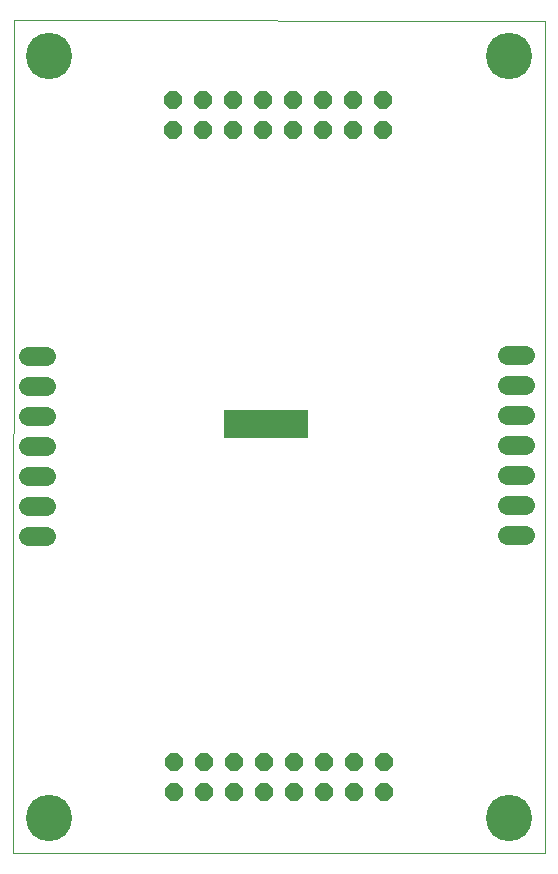
<source format=gbs>
G75*
G70*
%OFA0B0*%
%FSLAX24Y24*%
%IPPOS*%
%LPD*%
%AMOC8*
5,1,8,0,0,1.08239X$1,22.5*
%
%ADD10C,0.0000*%
%ADD11OC8,0.0600*%
%ADD12C,0.0640*%
%ADD13C,0.0476*%
%ADD14R,0.2796X0.0965*%
%ADD15C,0.1542*%
D10*
X001415Y000100D02*
X001454Y027856D01*
X019132Y027844D01*
X019132Y000100D01*
X001415Y000100D01*
D11*
X006769Y002155D03*
X006769Y003155D03*
X007769Y003155D03*
X007769Y002155D03*
X008769Y002155D03*
X008769Y003155D03*
X009769Y003155D03*
X009769Y002155D03*
X010769Y002155D03*
X010769Y003155D03*
X011769Y003155D03*
X011769Y002155D03*
X012769Y002155D03*
X012769Y003155D03*
X013769Y003155D03*
X013769Y002155D03*
X013754Y024198D03*
X013754Y025198D03*
X012754Y025198D03*
X012754Y024198D03*
X011754Y024198D03*
X011754Y025198D03*
X010754Y025198D03*
X010754Y024198D03*
X009754Y024198D03*
X009754Y025198D03*
X008754Y025198D03*
X008754Y024198D03*
X007754Y024198D03*
X007754Y025198D03*
X006754Y025198D03*
X006754Y024198D03*
D12*
X002502Y016683D02*
X001902Y016683D01*
X001902Y015683D02*
X002502Y015683D01*
X002502Y014683D02*
X001902Y014683D01*
X001902Y013683D02*
X002502Y013683D01*
X002502Y012683D02*
X001902Y012683D01*
X001902Y011683D02*
X002502Y011683D01*
X002502Y010683D02*
X001902Y010683D01*
X017887Y010722D02*
X018487Y010722D01*
X018487Y011722D02*
X017887Y011722D01*
X017887Y012722D02*
X018487Y012722D01*
X018487Y013722D02*
X017887Y013722D01*
X017887Y014722D02*
X018487Y014722D01*
X018487Y015722D02*
X017887Y015722D01*
X017887Y016722D02*
X018487Y016722D01*
D13*
X010628Y014588D03*
X010628Y014194D03*
X010037Y014194D03*
X010037Y014588D03*
X009446Y014588D03*
X009446Y014194D03*
X008856Y014194D03*
X008856Y014588D03*
D14*
X009840Y014391D03*
D15*
X002596Y026675D03*
X017950Y026675D03*
X017950Y001281D03*
X002596Y001281D03*
M02*

</source>
